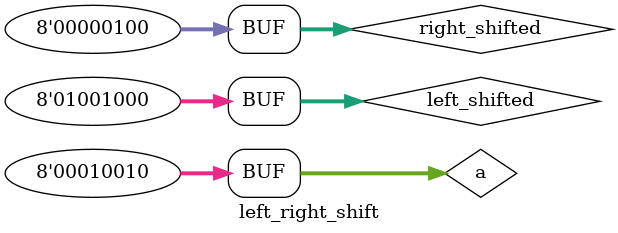
<source format=v>
`timescale 1ns / 1ps


module left_right_shift();
reg [7:0]a=8'b00010010;
wire [7:0] left_shifted=a<<2;
wire [7:0] right_shifted=a>>2;
endmodule

</source>
